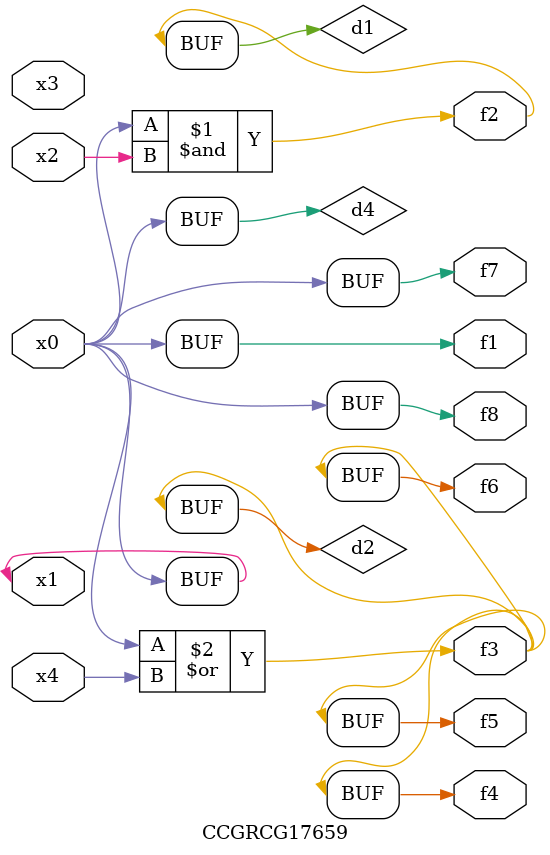
<source format=v>
module CCGRCG17659(
	input x0, x1, x2, x3, x4,
	output f1, f2, f3, f4, f5, f6, f7, f8
);

	wire d1, d2, d3, d4;

	and (d1, x0, x2);
	or (d2, x0, x4);
	nand (d3, x0, x2);
	buf (d4, x0, x1);
	assign f1 = d4;
	assign f2 = d1;
	assign f3 = d2;
	assign f4 = d2;
	assign f5 = d2;
	assign f6 = d2;
	assign f7 = d4;
	assign f8 = d4;
endmodule

</source>
